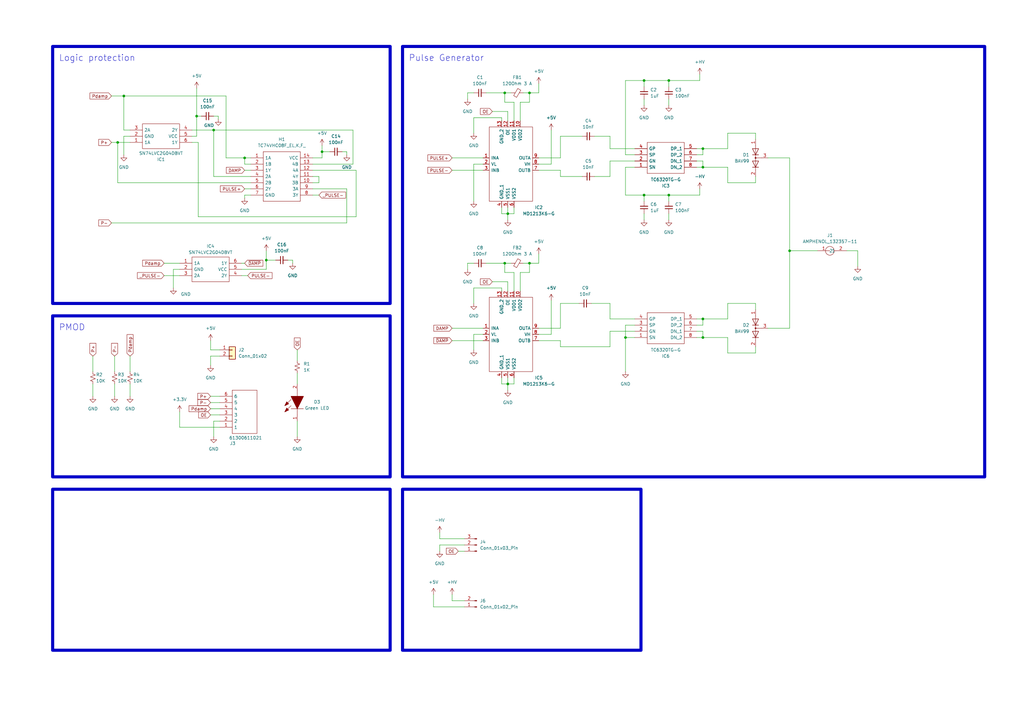
<source format=kicad_sch>
(kicad_sch (version 20231120) (generator "eeschema") (generator_version "8.0")
  (paper "A3")
  (title_block (title "PMOD PULSER") (date "2024-02-03") (rev "R01") (company "ICTAMKY.COM") (comment 1 "Design by Leevawns"))
  (lib_symbols
    (symbol "+HV_1" (power) (pin_names (offset 0))
      (property "Value" "+HV_1" (at 0 3.556 0))
      (symbol "+HV_1_0_1"
        (polyline (pts (xy -0.762 1.27) (xy 0 2.54)))
        (polyline (pts (xy 0 0) (xy 0 2.54)))
        (polyline (pts (xy 0 2.54) (xy 0.762 1.27)))
      )
      (symbol "+HV_1_1_1"
        (pin power_in line (at 0 0 90) (length 0) hide (name "+HV") (number "1"))
      )
    )
    (symbol "-HV_1" (power) (pin_names (offset 0))
      (property "Value" "-HV_1" (at 0 3.556 0))
      (symbol "-HV_1_0_1"
        (polyline (pts (xy -0.762 1.27) (xy 0 2.54)))
        (polyline (pts (xy 0 0) (xy 0 2.54)))
        (polyline (pts (xy 0 2.54) (xy 0.762 1.27)))
      )
      (symbol "-HV_1_1_1"
        (pin power_in line (at 0 0 90) (length 0) hide (name "-HV") (number "1"))
      )
    )
    (symbol "Connector:Conn_01x02_Pin" (pin_names (offset 1.016) hide)
      (property "Reference" "J" (at 0 2.54 0))
      (property "Value" "Conn_01x02_Pin" (at 0 -5.08 0))
      (symbol "Conn_01x02_Pin_1_1"
        (polyline (pts (xy 1.27 -2.54) (xy 0.8636 -2.54)) (stroke (width 0.1524)))
        (polyline (pts (xy 1.27 0) (xy 0.8636 0)) (stroke (width 0.1524)))
        (rectangle (start 0.8636 -2.413) (end 0 -2.667) (stroke (width 0.1524)) (fill (type outline)))
        (rectangle (start 0.8636 0.127) (end 0 -0.127) (stroke (width 0.1524)) (fill (type outline)))
        (pin passive line (at 5.08 0 180) (length 3.81) (name "Pin_1") (number "1"))
        (pin passive line (at 5.08 -2.54 180) (length 3.81) (name "Pin_2") (number "2"))
      )
    )
    (symbol "Connector:Conn_01x03_Pin" (pin_names (offset 1.016) hide)
      (property "Reference" "J" (at 0 5.08 0))
      (property "Value" "Conn_01x03_Pin" (at 0 -5.08 0))
      (symbol "Conn_01x03_Pin_1_1"
        (polyline (pts (xy 1.27 -2.54) (xy 0.8636 -2.54)) (stroke (width 0.1524)))
        (polyline (pts (xy 1.27 0) (xy 0.8636 0)) (stroke (width 0.1524)))
        (polyline (pts (xy 1.27 2.54) (xy 0.8636 2.54)) (stroke (width 0.1524)))
        (rectangle (start 0.8636 -2.413) (end 0 -2.667) (stroke (width 0.1524)) (fill (type outline)))
        (rectangle (start 0.8636 0.127) (end 0 -0.127) (stroke (width 0.1524)) (fill (type outline)))
        (rectangle (start 0.8636 2.667) (end 0 2.413) (stroke (width 0.1524)) (fill (type outline)))
        (pin passive line (at 5.08 2.54 180) (length 3.81) (name "Pin_1") (number "1"))
        (pin passive line (at 5.08 0 180) (length 3.81) (name "Pin_2") (number "2"))
        (pin passive line (at 5.08 -2.54 180) (length 3.81) (name "Pin_3") (number "3"))
      )
    )
    (symbol "Connector_Generic:Conn_01x02" (pin_names (offset 1.016) hide)
      (property "Reference" "J" (at 0 2.54 0))
      (property "Value" "Conn_01x02" (at 0 -5.08 0))
      (symbol "Conn_01x02_1_1"
        (rectangle (start -1.27 -2.413) (end 0 -2.667) (stroke (width 0.1524)))
        (rectangle (start -1.27 0.127) (end 0 -0.127) (stroke (width 0.1524)))
        (rectangle (start -1.27 1.27) (end 1.27 -3.81) (stroke (width 0.254)) (fill (type background)))
        (pin passive line (at -5.08 0 0) (length 3.81) (name "Pin_1") (number "1"))
        (pin passive line (at -5.08 -2.54 0) (length 3.81) (name "Pin_2") (number "2"))
      )
    )
    (symbol "Device:C_Small" (pin_numbers hide) (pin_names (offset 0.254) hide)
      (property "Reference" "C" (at 0.254 1.778 0))
      (property "Value" "C_Small" (at 0.254 -2.032 0))
      (symbol "C_Small_0_1"
        (polyline (pts (xy -1.524 -0.508) (xy 1.524 -0.508)) (stroke (width 0.3302)))
        (polyline (pts (xy -1.524 0.508) (xy 1.524 0.508)) (stroke (width 0.3048)))
      )
      (symbol "C_Small_1_1"
        (pin passive line (at 0 2.54 270) (length 2.032) (name "~") (number "1"))
        (pin passive line (at 0 -2.54 90) (length 2.032) (name "~") (number "2"))
      )
    )
    (symbol "Device:FerriteBead_Small" (pin_numbers hide) (pin_names (offset 0))
      (property "Reference" "FB" (at 1.905 1.27 0))
      (property "Value" "FerriteBead_Small" (at 1.905 -1.27 0))
      (symbol "FerriteBead_Small_0_1"
        (polyline (pts (xy 0 -1.27) (xy 0 -0.7874)))
        (polyline (pts (xy 0 0.889) (xy 0 1.2954)))
        (polyline (pts (xy -1.8288 0.2794) (xy -1.1176 1.4986) (xy 1.8288 -0.2032) (xy 1.1176 -1.4224) (xy -1.8288 0.2794)))
      )
      (symbol "FerriteBead_Small_1_1"
        (pin passive line (at 0 2.54 270) (length 1.27) (name "~") (number "1"))
        (pin passive line (at 0 -2.54 90) (length 1.27) (name "~") (number "2"))
      )
    )
    (symbol "Device:R_Small_US" (pin_numbers hide) (pin_names (offset 0.254) hide)
      (property "Reference" "R" (at 0.762 0.508 0))
      (property "Value" "R_Small_US" (at 0.762 -1.016 0))
      (symbol "R_Small_US_1_1"
        (polyline (pts (xy 0 0) (xy 1.016 -0.381) (xy 0 -0.762) (xy -1.016 -1.143) (xy 0 -1.524)))
        (polyline (pts (xy 0 1.524) (xy 1.016 1.143) (xy 0 0.762) (xy -1.016 0.381) (xy 0 0)))
        (pin passive line (at 0 2.54 270) (length 1.016) (name "~") (number "1"))
        (pin passive line (at 0 -2.54 90) (length 1.016) (name "~") (number "2"))
      )
    )
    (symbol "Diode:BAV99" (pin_names hide)
      (property "Reference" "D" (at 0 5.08 0))
      (property "Value" "BAV99" (at 0 2.54 0))
      (symbol "BAV99_0_1"
        (polyline (pts (xy -5.08 0) (xy 5.08 0)))
      )
      (symbol "BAV99_1_1"
        (polyline (pts (xy 0 0) (xy 0 -2.54)))
        (polyline (pts (xy -1.27 -1.27) (xy -1.27 1.27) (xy -1.27 1.27)) (stroke (width 0.2032)))
        (polyline (pts (xy 3.81 1.27) (xy 3.81 -1.27) (xy 3.81 -1.27)) (stroke (width 0.2032)))
        (polyline (pts (xy -3.81 1.27) (xy -1.27 0) (xy -3.81 -1.27) (xy -3.81 1.27) (xy -3.81 1.27) (xy -3.81 1.27)) (stroke (width 0.2032)))
        (polyline (pts (xy 1.27 1.27) (xy 3.81 0) (xy 1.27 -1.27) (xy 1.27 1.27) (xy 1.27 1.27) (xy 1.27 1.27)) (stroke (width 0.2032)))
        (circle (center 0 0) (radius 0.254) (fill (type outline)))
        (pin passive line (at -7.62 0 0) (length 2.54) (name "K") (number "1"))
        (pin passive line (at 7.62 0 180) (length 2.54) (name "A") (number "2"))
        (pin passive line (at 0 -5.08 90) (length 2.54) (name "K") (number "3"))
      )
    )
    (symbol "ICTAMKY:61300611021" (pin_names (offset 0.762))
      (property "Reference" "J" (at 16.51 7.62 0))
      (property "Value" "61300611021" (at 16.51 5.08 0))
      (symbol "61300611021_0_0"
        (pin passive line (at 0 0 0) (length 5.08) (name "1") (number "1"))
        (pin passive line (at 0 -2.54 0) (length 5.08) (name "2") (number "2"))
        (pin passive line (at 0 -5.08 0) (length 5.08) (name "3") (number "3"))
        (pin passive line (at 0 -7.62 0) (length 5.08) (name "4") (number "4"))
        (pin passive line (at 0 -10.16 0) (length 5.08) (name "5") (number "5"))
        (pin passive line (at 0 -12.7 0) (length 5.08) (name "6") (number "6"))
      )
      (symbol "61300611021_0_1"
        (polyline (pts (xy 5.08 2.54) (xy 15.24 2.54) (xy 15.24 -15.24) (xy 5.08 -15.24) (xy 5.08 2.54)) (stroke (width 0.1524)))
      )
    )
    (symbol "ICTAMKY:TC74VHC08F_EL,K,F_" (pin_names (offset 0.762))
      (property "Reference" "H" (at 21.59 7.62 0))
      (property "Value" "TC74VHC08F_EL,K,F_" (at 21.59 5.08 0))
      (symbol "TC74VHC08F_EL,K,F__0_0"
        (pin passive line (at 0 0 0) (length 5.08) (name "1A") (number "1"))
        (pin passive line (at 25.4 -10.16 180) (length 5.08) (name "3B") (number "10"))
        (pin passive line (at 25.4 -7.62 180) (length 5.08) (name "4Y") (number "11"))
        (pin passive line (at 25.4 -5.08 180) (length 5.08) (name "4A") (number "12"))
        (pin passive line (at 25.4 -2.54 180) (length 5.08) (name "4B") (number "13"))
        (pin power_in line (at 25.4 0 180) (length 5.08) (name "VCC") (number "14"))
        (pin passive line (at 0 -2.54 0) (length 5.08) (name "1B") (number "2"))
        (pin passive line (at 0 -5.08 0) (length 5.08) (name "1Y") (number "3"))
        (pin passive line (at 0 -7.62 0) (length 5.08) (name "2A") (number "4"))
        (pin passive line (at 0 -10.16 0) (length 5.08) (name "2B") (number "5"))
        (pin passive line (at 0 -12.7 0) (length 5.08) (name "2Y") (number "6"))
        (pin power_in line (at 0 -15.24 0) (length 5.08) (name "GND") (number "7"))
        (pin passive line (at 25.4 -15.24 180) (length 5.08) (name "3Y") (number "8"))
        (pin passive line (at 25.4 -12.7 180) (length 5.08) (name "3A") (number "9"))
      )
      (symbol "TC74VHC08F_EL,K,F__0_1"
        (polyline (pts (xy 5.08 2.54) (xy 20.32 2.54) (xy 20.32 -17.78) (xy 5.08 -17.78) (xy 5.08 2.54)) (stroke (width 0.1524)))
      )
    )
    (symbol "PMOD_PULSER:+HV" (power) (pin_names (offset 0))
      (property "Value" "+HV" (at 0 3.556 0))
      (symbol "+HV_0_1"
        (polyline (pts (xy -0.762 1.27) (xy 0 2.54)))
        (polyline (pts (xy 0 0) (xy 0 2.54)))
        (polyline (pts (xy 0 2.54) (xy 0.762 1.27)))
      )
      (symbol "+HV_1_1"
        (pin power_in line (at 0 0 90) (length 0) hide (name "+HV") (number "1"))
      )
    )
    (symbol "PMOD_PULSER:-HV" (power) (pin_names (offset 0))
      (property "Value" "-HV" (at 0 3.556 0))
      (symbol "-HV_0_1"
        (polyline (pts (xy -0.762 1.27) (xy 0 2.54)))
        (polyline (pts (xy 0 0) (xy 0 2.54)))
        (polyline (pts (xy 0 2.54) (xy 0.762 1.27)))
      )
      (symbol "-HV_1_1"
        (pin power_in line (at 0 0 90) (length 0) hide (name "-HV") (number "1"))
      )
    )
    (symbol "PMOD_PULSER:AMPHENOL_132357-11" (pin_names (offset 0.762))
      (property "Reference" "J" (at 16.51 7.62 0))
      (property "Value" "AMPHENOL_132357-11" (at 16.51 5.08 0))
      (symbol "AMPHENOL_132357-11_0_0"
        (pin passive line (at 0 0 0) (length 5.08) (name "1") (number "1"))
        (pin passive line (at 12.065 0 180) (length 5.08) (name "2") (number "2"))
      )
      (symbol "AMPHENOL_132357-11_0_1"
        (circle (center 5.08 0) (radius 1.7961))
      )
    )
    (symbol "PMOD_PULSER:MD1213K6-G" (pin_names (offset 0.762))
      (property "Reference" "IC" (at 43.18 3.175 0))
      (property "Value" "MD1213K6-G" (at 43.18 1.27 0))
      (symbol "MD1213K6-G_0_0"
        (pin passive line (at 0 2.54 0) (length 2.54) (name "INA") (number "1"))
        (pin passive line (at 15.24 17.78 270) (length 2.54) (name "VDD2") (number "10"))
        (pin passive line (at 12.7 17.78 270) (length 2.54) (name "VDD1") (number "11"))
        (pin passive line (at 10.16 17.78 270) (length 2.54) (name "OE") (number "12"))
        (pin passive line (at 0 0 0) (length 2.54) (name "VL") (number "2"))
        (pin passive line (at 0 -2.54 0) (length 2.54) (name "INB") (number "3"))
        (pin passive line (at 7.62 -17.78 90) (length 2.54) (name "GND_1") (number "4"))
        (pin passive line (at 10.16 -17.78 90) (length 2.54) (name "VSS1") (number "5"))
        (pin passive line (at 12.7 -17.78 90) (length 2.54) (name "VSS2") (number "6"))
        (pin passive line (at 22.86 -2.54 180) (length 2.54) (name "OUTB") (number "7"))
        (pin passive line (at 22.86 0 180) (length 2.54) (name "VH") (number "8"))
        (pin passive line (at 22.86 2.54 180) (length 2.54) (name "OUTA") (number "9"))
      )
      (symbol "MD1213K6-G_0_1"
        (polyline (pts (xy 2.54 15.24) (xy 20.32 15.24) (xy 20.32 -15.24) (xy 2.54 -15.24) (xy 2.54 15.24)) (stroke (width 0.1524)))
      )
      (symbol "MD1213K6-G_1_0"
        (pin passive line (at 7.62 17.78 270) (length 2.54) (name "GND_2") (number "13"))
      )
    )
    (symbol "PMOD_PULSER:SN74LVC2G04DBVT" (pin_names (offset 0.762))
      (property "Reference" "IC" (at 21.59 7.62 0))
      (property "Value" "SN74LVC2G04DBVT" (at 21.59 5.08 0))
      (symbol "SN74LVC2G04DBVT_0_0"
        (pin passive line (at 0 0 0) (length 5.08) (name "1A") (number "1"))
        (pin passive line (at 0 -2.54 0) (length 5.08) (name "GND") (number "2"))
        (pin passive line (at 0 -5.08 0) (length 5.08) (name "2A") (number "3"))
        (pin passive line (at 25.4 -5.08 180) (length 5.08) (name "2Y") (number "4"))
        (pin passive line (at 25.4 -2.54 180) (length 5.08) (name "VCC") (number "5"))
        (pin passive line (at 25.4 0 180) (length 5.08) (name "1Y") (number "6"))
      )
      (symbol "SN74LVC2G04DBVT_0_1"
        (polyline (pts (xy 5.08 2.54) (xy 20.32 2.54) (xy 20.32 -7.62) (xy 5.08 -7.62) (xy 5.08 2.54)) (stroke (width 0.1524)))
      )
    )
    (symbol "PMOD_PULSER:TC6320TG-G" (pin_names (offset 0.762))
      (property "Reference" "IC" (at 21.59 7.62 0))
      (property "Value" "TC6320TG-G" (at 21.59 5.08 0))
      (symbol "TC6320TG-G_0_0"
        (pin passive line (at 0 0 0) (length 5.08) (name "SN") (number "1"))
        (pin passive line (at 0 -2.54 0) (length 5.08) (name "GN") (number "2"))
        (pin passive line (at 0 -5.08 0) (length 5.08) (name "SP") (number "3"))
        (pin passive line (at 0 -7.62 0) (length 5.08) (name "GP") (number "4"))
        (pin passive line (at 25.4 -7.62 180) (length 5.08) (name "DP_1") (number "5"))
        (pin passive line (at 25.4 -5.08 180) (length 5.08) (name "DP_2") (number "6"))
        (pin passive line (at 25.4 -2.54 180) (length 5.08) (name "DN_1") (number "7"))
        (pin passive line (at 25.4 0 180) (length 5.08) (name "DN_2") (number "8"))
      )
      (symbol "TC6320TG-G_0_1"
        (polyline (pts (xy 5.08 2.54) (xy 20.32 2.54) (xy 20.32 -10.16) (xy 5.08 -10.16) (xy 5.08 2.54)) (stroke (width 0.1524)))
      )
    )
    (symbol "SamacSys_Parts:150080GS75000" (pin_names (offset 0.762))
      (property "Reference" "LED" (at 12.7 8.89 0))
      (property "Value" "150080GS75000" (at 12.7 6.35 0))
      (symbol "150080GS75000_0_0"
        (pin passive line (at 0 0 0) (length 2.54) (name "~") (number "1"))
        (pin passive line (at 15.24 0 180) (length 2.54) (name "~") (number "2"))
      )
      (symbol "150080GS75000_0_1"
        (polyline (pts (xy 2.54 0) (xy 5.08 0)) (stroke (width 0.1524)))
        (polyline (pts (xy 5.08 2.54) (xy 5.08 -2.54)) (stroke (width 0.1524)))
        (polyline (pts (xy 6.35 2.54) (xy 3.81 5.08)) (stroke (width 0.1524)))
        (polyline (pts (xy 8.89 2.54) (xy 6.35 5.08)) (stroke (width 0.1524)))
        (polyline (pts (xy 10.16 0) (xy 12.7 0)) (stroke (width 0.1524)))
        (polyline (pts (xy 5.08 0) (xy 10.16 2.54) (xy 10.16 -2.54) (xy 5.08 0)) (stroke (width 0.254)) (fill (type outline)))
        (polyline (pts (xy 5.334 4.318) (xy 4.572 3.556) (xy 3.81 5.08) (xy 5.334 4.318)) (stroke (width 0.254)) (fill (type outline)))
        (polyline (pts (xy 7.874 4.318) (xy 7.112 3.556) (xy 6.35 5.08) (xy 7.874 4.318)) (stroke (width 0.254)) (fill (type outline)))
      )
    )
    (symbol "power:+3.3V" (power) (pin_names (offset 0))
      (property "Value" "+3.3V" (at 0 3.556 0))
      (symbol "+3.3V_0_1"
        (polyline (pts (xy -0.762 1.27) (xy 0 2.54)))
        (polyline (pts (xy 0 0) (xy 0 2.54)))
        (polyline (pts (xy 0 2.54) (xy 0.762 1.27)))
      )
      (symbol "+3.3V_1_1"
        (pin power_in line (at 0 0 90) (length 0) hide (name "+3.3V") (number "1"))
      )
    )
    (symbol "power:+5V" (power) (pin_names (offset 0))
      (property "Value" "+5V" (at 0 3.556 0))
      (symbol "+5V_0_1"
        (polyline (pts (xy -0.762 1.27) (xy 0 2.54)))
        (polyline (pts (xy 0 0) (xy 0 2.54)))
        (polyline (pts (xy 0 2.54) (xy 0.762 1.27)))
      )
      (symbol "+5V_1_1"
        (pin power_in line (at 0 0 90) (length 0) hide (name "+5V") (number "1"))
      )
    )
    (symbol "power:GND" (power) (pin_names (offset 0))
      (property "Value" "GND" (at 0 -3.81 0))
      (symbol "GND_0_1"
        (polyline (pts (xy 0 0) (xy 0 -1.27) (xy 1.27 -1.27) (xy 0 -2.54) (xy -1.27 -1.27) (xy 0 -1.27)))
      )
      (symbol "GND_1_1"
        (pin power_in line (at 0 0 270) (length 0) hide (name "GND") (number "1"))
      )
    )
  )
  (junction (at 288.29 138.43))
  (junction (at 288.29 60.96))
  (junction (at 208.28 157.48))
  (junction (at 217.17 107.95))
  (junction (at 256.54 138.43))
  (junction (at 50.8 39.37))
  (junction (at 264.16 80.01))
  (junction (at 207.01 38.1))
  (junction (at 288.29 130.81))
  (junction (at 264.16 33.02))
  (junction (at 208.28 87.63))
  (junction (at 217.17 38.1))
  (junction (at 132.08 62.23))
  (junction (at 207.01 107.95))
  (junction (at 274.32 80.01))
  (junction (at 100.33 64.77))
  (junction (at 48.26 58.42))
  (junction (at 323.85 102.87))
  (junction (at 80.645 47.625))
  (junction (at 288.29 68.58))
  (junction (at 87.63 53.34))
  (junction (at 274.32 33.02))
  (junction (at 109.22 106.68))
  (wire (pts (xy 285.75 138.43) (xy 288.29 138.43)))
  (wire (pts (xy 185.42 243.84) (xy 185.42 246.38)))
  (wire (pts (xy 264.16 40.64) (xy 264.16 43.18)))
  (wire (pts (xy 71.12 110.49) (xy 73.66 110.49)))
  (wire (pts (xy 285.75 60.96) (xy 288.29 60.96)))
  (wire (pts (xy 314.96 64.77) (xy 323.85 64.77)))
  (wire (pts (xy 298.45 130.81) (xy 288.29 130.81)))
  (wire (pts (xy 45.72 91.44) (xy 142.24 91.44)))
  (wire (pts (xy 90.17 170.18) (xy 86.36 170.18)))
  (wire (pts (xy 220.98 69.85) (xy 229.87 69.85)))
  (wire (pts (xy 210.82 87.63) (xy 210.82 85.09)))
  (wire (pts (xy 142.24 77.47) (xy 142.24 91.44)))
  (wire (pts (xy 264.16 87.63) (xy 264.16 90.17)))
  (wire (pts (xy 208.28 87.63) (xy 208.28 90.17)))
  (wire (pts (xy 243.84 55.88) (xy 250.19 55.88)))
  (wire (pts (xy 194.31 137.16) (xy 194.31 143.51)))
  (wire (pts (xy 185.42 64.77) (xy 198.12 64.77)))
  (wire (pts (xy 180.34 220.98) (xy 180.34 218.44)))
  (wire (pts (xy 274.32 87.63) (xy 274.32 90.17)))
  (wire (pts (xy 264.16 82.55) (xy 264.16 80.01)))
  (wire (pts (xy 220.98 38.1) (xy 220.98 34.29)))
  (wire (pts (xy 208.28 154.94) (xy 208.28 157.48)))
  (wire (pts (xy 205.74 87.63) (xy 208.28 87.63)))
  (wire (pts (xy 298.45 74.93) (xy 298.45 68.58)))
  (wire (pts (xy 191.77 38.1) (xy 191.77 40.64)))
  (wire (pts (xy 210.82 111.76) (xy 207.01 111.76)))
  (wire (pts (xy 220.98 139.7) (xy 229.87 139.7)))
  (wire (pts (xy 229.87 139.7) (xy 229.87 142.24)))
  (wire (pts (xy 210.82 157.48) (xy 210.82 154.94)))
  (wire (pts (xy 217.17 111.76) (xy 217.17 107.95)))
  (wire (pts (xy 208.28 87.63) (xy 210.82 87.63)))
  (wire (pts (xy 80.645 47.625) (xy 82.55 47.625)))
  (wire (pts (xy 288.29 135.89) (xy 288.29 138.43)))
  (wire (pts (xy 288.29 60.96) (xy 288.29 63.5)))
  (wire (pts (xy 102.87 64.77) (xy 100.33 64.77)))
  (wire (pts (xy 128.27 77.47) (xy 142.24 77.47)))
  (wire (pts (xy 285.75 68.58) (xy 288.29 68.58)))
  (wire (pts (xy 309.88 72.39) (xy 309.88 74.93)))
  (wire (pts (xy 205.74 157.48) (xy 208.28 157.48)))
  (wire (pts (xy 180.34 223.52) (xy 180.34 226.06)))
  (wire (pts (xy 86.36 146.05) (xy 86.36 149.86)))
  (wire (pts (xy 100.33 77.47) (xy 102.87 77.47)))
  (wire (pts (xy 287.02 77.47) (xy 287.02 80.01)))
  (wire (pts (xy 109.22 110.49) (xy 109.22 106.68)))
  (wire (pts (xy 285.75 66.04) (xy 288.29 66.04)))
  (wire (pts (xy 90.17 172.72) (xy 87.63 172.72)))
  (wire (pts (xy 87.63 172.72) (xy 87.63 179.07)))
  (wire (pts (xy 220.98 64.77) (xy 229.87 64.77)))
  (wire (pts (xy 45.72 39.37) (xy 50.8 39.37)))
  (wire (pts (xy 288.29 66.04) (xy 288.29 68.58)))
  (wire (pts (xy 309.88 74.93) (xy 298.45 74.93)))
  (wire (pts (xy 323.85 134.62) (xy 323.85 102.87)))
  (wire (pts (xy 207.01 111.76) (xy 207.01 107.95)))
  (wire (pts (xy 199.39 38.1) (xy 207.01 38.1)))
  (wire (pts (xy 120.015 106.68) (xy 118.11 106.68)))
  (wire (pts (xy 121.92 153.035) (xy 121.92 157.48)))
  (wire (pts (xy 128.27 67.31) (xy 144.78 67.31)))
  (wire (pts (xy 347.345 102.87) (xy 351.79 102.87)))
  (wire (pts (xy 208.28 119.38) (xy 208.28 115.57)))
  (wire (pts (xy 214.63 107.95) (xy 217.17 107.95)))
  (wire (pts (xy 207.01 38.1) (xy 209.55 38.1)))
  (wire (pts (xy 260.35 133.35) (xy 256.54 133.35)))
  (wire (pts (xy 89.535 48.895) (xy 89.535 47.625)))
  (wire (pts (xy 256.54 63.5) (xy 256.54 33.02)))
  (wire (pts (xy 210.82 49.53) (xy 210.82 41.91)))
  (wire (pts (xy 90.17 146.05) (xy 86.36 146.05)))
  (wire (pts (xy 220.98 38.1) (xy 217.17 38.1)))
  (wire (pts (xy 120.015 107.95) (xy 120.015 106.68)))
  (wire (pts (xy 128.27 69.85) (xy 146.05 69.85)))
  (wire (pts (xy 351.79 109.22) (xy 351.79 102.87)))
  (wire (pts (xy 185.42 69.85) (xy 198.12 69.85)))
  (wire (pts (xy 274.32 80.01) (xy 264.16 80.01)))
  (wire (pts (xy 205.74 48.26) (xy 194.31 48.26)))
  (wire (pts (xy 214.63 38.1) (xy 217.17 38.1)))
  (wire (pts (xy 314.96 134.62) (xy 323.85 134.62)))
  (wire (pts (xy 274.32 40.64) (xy 274.32 43.18)))
  (wire (pts (xy 128.27 72.39) (xy 130.81 72.39)))
  (wire (pts (xy 256.54 68.58) (xy 256.54 80.01)))
  (wire (pts (xy 220.98 107.95) (xy 220.98 104.14)))
  (wire (pts (xy 132.08 62.23) (xy 132.08 59.69)))
  (wire (pts (xy 256.54 138.43) (xy 256.54 152.4)))
  (wire (pts (xy 71.12 110.49) (xy 71.12 118.11)))
  (wire (pts (xy 217.17 41.91) (xy 217.17 38.1)))
  (wire (pts (xy 287.02 30.48) (xy 287.02 33.02)))
  (wire (pts (xy 53.34 53.34) (xy 50.8 53.34)))
  (wire (pts (xy 185.42 139.7) (xy 198.12 139.7)))
  (wire (pts (xy 50.8 39.37) (xy 50.8 53.34)))
  (wire (pts (xy 38.1 157.48) (xy 38.1 162.56)))
  (wire (pts (xy 102.87 80.01) (xy 100.33 80.01)))
  (wire (pts (xy 274.32 33.02) (xy 264.16 33.02)))
  (wire (pts (xy 298.45 54.61) (xy 298.45 60.96)))
  (wire (pts (xy 142.24 62.23) (xy 140.335 62.23)))
  (wire (pts (xy 109.22 106.68) (xy 109.22 102.87)))
  (wire (pts (xy 260.35 68.58) (xy 256.54 68.58)))
  (wire (pts (xy 205.74 49.53) (xy 205.74 48.26)))
  (wire (pts (xy 250.19 60.96) (xy 250.19 55.88)))
  (wire (pts (xy 191.77 107.95) (xy 191.77 110.49)))
  (wire (pts (xy 264.16 80.01) (xy 256.54 80.01)))
  (wire (pts (xy 210.82 41.91) (xy 207.01 41.91)))
  (wire (pts (xy 205.74 154.94) (xy 205.74 157.48)))
  (wire (pts (xy 243.84 72.39) (xy 250.19 72.39)))
  (wire (pts (xy 205.74 119.38) (xy 205.74 118.11)))
  (wire (pts (xy 86.36 143.51) (xy 86.36 139.7)))
  (wire (pts (xy 100.33 69.85) (xy 102.87 69.85)))
  (wire (pts (xy 198.12 137.16) (xy 194.31 137.16)))
  (wire (pts (xy 288.29 133.35) (xy 285.75 133.35)))
  (wire (pts (xy 250.19 130.81) (xy 250.19 124.46)))
  (wire (pts (xy 46.99 157.48) (xy 46.99 162.56)))
  (wire (pts (xy 73.66 175.26) (xy 73.66 168.91)))
  (wire (pts (xy 90.17 165.1) (xy 86.36 165.1)))
  (wire (pts (xy 73.66 113.03) (xy 67.31 113.03)))
  (wire (pts (xy 99.06 110.49) (xy 109.22 110.49)))
  (wire (pts (xy 89.535 47.625) (xy 87.63 47.625)))
  (wire (pts (xy 199.39 107.95) (xy 207.01 107.95)))
  (wire (pts (xy 185.42 246.38) (xy 190.5 246.38)))
  (wire (pts (xy 132.08 62.23) (xy 135.255 62.23)))
  (wire (pts (xy 260.35 66.04) (xy 250.19 66.04)))
  (wire (pts (xy 229.87 124.46) (xy 237.49 124.46)))
  (wire (pts (xy 100.33 67.31) (xy 102.87 67.31)))
  (wire (pts (xy 260.35 130.81) (xy 250.19 130.81)))
  (wire (pts (xy 78.74 55.88) (xy 80.645 55.88)))
  (wire (pts (xy 208.28 157.48) (xy 208.28 160.02)))
  (wire (pts (xy 87.63 53.34) (xy 87.63 72.39)))
  (wire (pts (xy 285.75 135.89) (xy 288.29 135.89)))
  (wire (pts (xy 121.92 143.51) (xy 121.92 147.955)))
  (wire (pts (xy 48.26 58.42) (xy 53.34 58.42)))
  (wire (pts (xy 213.36 41.91) (xy 217.17 41.91)))
  (wire (pts (xy 260.35 63.5) (xy 256.54 63.5)))
  (wire (pts (xy 92.71 64.77) (xy 100.33 64.77)))
  (wire (pts (xy 194.31 118.11) (xy 194.31 124.46)))
  (wire (pts (xy 48.26 74.93) (xy 102.87 74.93)))
  (wire (pts (xy 309.88 127) (xy 309.88 124.46)))
  (wire (pts (xy 205.74 118.11) (xy 194.31 118.11)))
  (wire (pts (xy 130.81 72.39) (xy 130.81 74.93)))
  (wire (pts (xy 132.08 64.77) (xy 132.08 62.23)))
  (wire (pts (xy 121.92 172.72) (xy 121.92 179.07)))
  (wire (pts (xy 78.74 58.42) (xy 81.28 58.42)))
  (wire (pts (xy 194.31 107.95) (xy 191.77 107.95)))
  (wire (pts (xy 287.02 80.01) (xy 274.32 80.01)))
  (wire (pts (xy 208.28 49.53) (xy 208.28 45.72)))
  (wire (pts (xy 323.85 64.77) (xy 323.85 102.87)))
  (wire (pts (xy 250.19 66.04) (xy 250.19 72.39)))
  (wire (pts (xy 87.63 53.34) (xy 144.78 53.34)))
  (wire (pts (xy 78.74 53.34) (xy 87.63 53.34)))
  (wire (pts (xy 90.17 143.51) (xy 86.36 143.51)))
  (wire (pts (xy 220.98 67.31) (xy 226.06 67.31)))
  (wire (pts (xy 274.32 33.02) (xy 287.02 33.02)))
  (wire (pts (xy 87.63 72.39) (xy 102.87 72.39)))
  (wire (pts (xy 81.28 58.42) (xy 81.28 88.9)))
  (wire (pts (xy 208.28 85.09) (xy 208.28 87.63)))
  (wire (pts (xy 264.16 33.02) (xy 256.54 33.02)))
  (wire (pts (xy 53.34 146.05) (xy 53.34 152.4)))
  (wire (pts (xy 50.8 55.88) (xy 50.8 63.5)))
  (wire (pts (xy 298.45 68.58) (xy 288.29 68.58)))
  (wire (pts (xy 213.36 111.76) (xy 213.36 119.38)))
  (wire (pts (xy 50.8 39.37) (xy 92.71 39.37)))
  (wire (pts (xy 194.31 67.31) (xy 194.31 82.55)))
  (wire (pts (xy 99.06 113.03) (xy 101.6 113.03)))
  (wire (pts (xy 309.88 142.24) (xy 309.88 144.78)))
  (wire (pts (xy 207.01 107.95) (xy 209.55 107.95)))
  (wire (pts (xy 298.45 138.43) (xy 288.29 138.43)))
  (wire (pts (xy 205.74 85.09) (xy 205.74 87.63)))
  (wire (pts (xy 190.5 220.98) (xy 180.34 220.98)))
  (wire (pts (xy 67.31 107.95) (xy 73.66 107.95)))
  (wire (pts (xy 100.33 80.01) (xy 100.33 81.28)))
  (wire (pts (xy 220.98 137.16) (xy 226.06 137.16)))
  (wire (pts (xy 229.87 72.39) (xy 238.76 72.39)))
  (wire (pts (xy 142.24 63.5) (xy 142.24 62.23)))
  (wire (pts (xy 309.88 54.61) (xy 298.45 54.61)))
  (wire (pts (xy 90.17 175.26) (xy 73.66 175.26)))
  (wire (pts (xy 213.36 111.76) (xy 217.17 111.76)))
  (wire (pts (xy 298.45 144.78) (xy 298.45 138.43)))
  (wire (pts (xy 100.33 64.77) (xy 100.33 67.31)))
  (wire (pts (xy 194.31 48.26) (xy 194.31 54.61)))
  (wire (pts (xy 180.34 223.52) (xy 190.5 223.52)))
  (wire (pts (xy 187.96 226.06) (xy 190.5 226.06)))
  (wire (pts (xy 92.71 39.37) (xy 92.71 64.77)))
  (wire (pts (xy 80.645 36.195) (xy 80.645 47.625)))
  (wire (pts (xy 48.26 58.42) (xy 48.26 74.93)))
  (wire (pts (xy 128.27 74.93) (xy 130.81 74.93)))
  (wire (pts (xy 177.8 248.92) (xy 177.8 243.84)))
  (wire (pts (xy 90.17 162.56) (xy 86.36 162.56)))
  (wire (pts (xy 264.16 35.56) (xy 264.16 33.02)))
  (wire (pts (xy 45.72 58.42) (xy 48.26 58.42)))
  (wire (pts (xy 229.87 64.77) (xy 229.87 55.88)))
  (wire (pts (xy 256.54 133.35) (xy 256.54 138.43)))
  (wire (pts (xy 210.82 119.38) (xy 210.82 111.76)))
  (wire (pts (xy 256.54 138.43) (xy 260.35 138.43)))
  (wire (pts (xy 309.88 144.78) (xy 298.45 144.78)))
  (wire (pts (xy 177.8 248.92) (xy 190.5 248.92)))
  (wire (pts (xy 229.87 142.24) (xy 250.19 142.24)))
  (wire (pts (xy 274.32 82.55) (xy 274.32 80.01)))
  (wire (pts (xy 226.06 123.19) (xy 226.06 137.16)))
  (wire (pts (xy 208.28 45.72) (xy 201.93 45.72)))
  (wire (pts (xy 288.29 63.5) (xy 285.75 63.5)))
  (wire (pts (xy 309.88 124.46) (xy 298.45 124.46)))
  (wire (pts (xy 229.87 69.85) (xy 229.87 72.39)))
  (wire (pts (xy 229.87 134.62) (xy 229.87 124.46)))
  (wire (pts (xy 53.34 55.88) (xy 50.8 55.88)))
  (wire (pts (xy 53.34 157.48) (xy 53.34 162.56)))
  (wire (pts (xy 128.27 80.01) (xy 130.81 80.01)))
  (wire (pts (xy 288.29 130.81) (xy 288.29 133.35)))
  (wire (pts (xy 285.75 130.81) (xy 288.29 130.81)))
  (wire (pts (xy 250.19 135.89) (xy 260.35 135.89)))
  (wire (pts (xy 298.45 124.46) (xy 298.45 130.81)))
  (wire (pts (xy 46.99 146.05) (xy 46.99 152.4)))
  (wire (pts (xy 146.05 69.85) (xy 146.05 88.9)))
  (wire (pts (xy 323.85 102.87) (xy 335.28 102.87)))
  (wire (pts (xy 229.87 55.88) (xy 238.76 55.88)))
  (wire (pts (xy 38.1 146.05) (xy 38.1 152.4)))
  (wire (pts (xy 207.01 41.91) (xy 207.01 38.1)))
  (wire (pts (xy 298.45 60.96) (xy 288.29 60.96)))
  (wire (pts (xy 81.28 88.9) (xy 146.05 88.9)))
  (wire (pts (xy 208.28 157.48) (xy 210.82 157.48)))
  (wire (pts (xy 220.98 134.62) (xy 229.87 134.62)))
  (wire (pts (xy 109.22 106.68) (xy 113.03 106.68)))
  (wire (pts (xy 128.27 64.77) (xy 132.08 64.77)))
  (wire (pts (xy 90.17 167.64) (xy 86.36 167.64)))
  (wire (pts (xy 198.12 67.31) (xy 194.31 67.31)))
  (wire (pts (xy 309.88 57.15) (xy 309.88 54.61)))
  (wire (pts (xy 213.36 41.91) (xy 213.36 49.53)))
  (wire (pts (xy 80.645 47.625) (xy 80.645 55.88)))
  (wire (pts (xy 208.28 115.57) (xy 201.93 115.57)))
  (wire (pts (xy 100.33 107.95) (xy 99.06 107.95)))
  (wire (pts (xy 144.78 53.34) (xy 144.78 67.31)))
  (wire (pts (xy 250.19 60.96) (xy 260.35 60.96)))
  (wire (pts (xy 242.57 124.46) (xy 250.19 124.46)))
  (wire (pts (xy 250.19 142.24) (xy 250.19 135.89)))
  (wire (pts (xy 220.98 107.95) (xy 217.17 107.95)))
  (wire (pts (xy 194.31 38.1) (xy 191.77 38.1)))
  (wire (pts (xy 185.42 134.62) (xy 198.12 134.62)))
  (wire (pts (xy 226.06 53.34) (xy 226.06 67.31)))
  (wire (pts (xy 274.32 35.56) (xy 274.32 33.02)))
  (rectangle (start 21.59 19.05) (end 160.02 124.46) (stroke (width 1.27)))
  (rectangle (start 165.1 19.05) (end 403.86 195.58) (stroke (width 1.27)))
  (rectangle (start 21.59 200.66) (end 160.02 266.7) (stroke (width 1.27)))
  (rectangle (start 21.59 129.54) (end 160.02 195.58) (stroke (width 1.27)))
  (rectangle (start 165.1 200.66) (end 262.89 266.7) (stroke (width 1.27)))
  (text "PMOD" (at 24.13 135.89 0) (effects (font (size 2.54 2.54)) (justify left bottom)))
  (text "Logic protection" (at 24.13 25.4 0) (effects (font (size 2.54 2.54)) (justify left bottom)))
  (text "Pulse Generator" (at 167.64 25.4 0) (effects (font (size 2.54 2.54)) (justify left bottom)))
  (global_label "P+" (shape input) (at 45.72 58.42 180) (property "Intersheetrefs" "${INTERSHEET_REFS}" (effects (hide yes))))
  (global_label "OE" (shape input) (at 187.96 226.06 180) (property "Intersheetrefs" "${INTERSHEET_REFS}" (effects (hide yes))))
  (global_label "DAMP" (shape input) (at 185.42 134.62 180) (property "Intersheetrefs" "${INTERSHEET_REFS}" (effects (hide yes))))
  (global_label "P+" (shape input) (at 86.36 162.56 180) (property "Intersheetrefs" "${INTERSHEET_REFS}" (effects (hide yes))))
  (global_label "Pdamp" (shape input) (at 45.72 39.37 180) (property "Intersheetrefs" "${INTERSHEET_REFS}" (effects (hide yes))))
  (global_label "OE" (shape input) (at 86.36 170.18 180) (property "Intersheetrefs" "${INTERSHEET_REFS}" (effects (hide yes))))
  (global_label "P-" (shape input) (at 86.36 165.1 180) (property "Intersheetrefs" "${INTERSHEET_REFS}" (effects (hide yes))))
  (global_label "OE" (shape input) (at 201.93 115.57 180) (property "Intersheetrefs" "${INTERSHEET_REFS}" (effects (hide yes))))
  (global_label "PULSE+" (shape input) (at 185.42 64.77 180) (property "Intersheetrefs" "${INTERSHEET_REFS}" (effects (hide yes))))
  (global_label "OE" (shape input) (at 201.93 45.72 180) (property "Intersheetrefs" "${INTERSHEET_REFS}" (effects (hide yes))))
  (global_label "P-" (shape input) (at 45.72 91.44 180) (property "Intersheetrefs" "${INTERSHEET_REFS}" (effects (hide yes))))
  (global_label "PULSE+" (shape input) (at 100.33 77.47 180) (property "Intersheetrefs" "${INTERSHEET_REFS}" (effects (hide yes))))
  (global_label "_PULSE-" (shape input) (at 130.81 80.01 0) (property "Intersheetrefs" "${INTERSHEET_REFS}" (effects (hide yes))))
  (global_label "Pdamp" (shape input) (at 67.31 107.95 180) (property "Intersheetrefs" "${INTERSHEET_REFS}" (effects (hide yes))))
  (global_label "~{DAMP}" (shape input) (at 185.42 139.7 180) (property "Intersheetrefs" "${INTERSHEET_REFS}" (effects (hide yes))))
  (global_label "OE" (shape input) (at 121.92 143.51 90) (property "Intersheetrefs" "${INTERSHEET_REFS}" (effects (hide yes))))
  (global_label "P-" (shape input) (at 46.99 146.05 90) (property "Intersheetrefs" "${INTERSHEET_REFS}" (effects (hide yes))))
  (global_label "PULSE-" (shape input) (at 101.6 113.03 0) (property "Intersheetrefs" "${INTERSHEET_REFS}" (effects (hide yes))))
  (global_label "_PULSE-" (shape input) (at 67.31 113.03 180) (property "Intersheetrefs" "${INTERSHEET_REFS}" (effects (hide yes))))
  (global_label "DAMP" (shape input) (at 100.33 69.85 180) (property "Intersheetrefs" "${INTERSHEET_REFS}" (effects (hide yes))))
  (global_label "Pdamp" (shape input) (at 86.36 167.64 180) (property "Intersheetrefs" "${INTERSHEET_REFS}" (effects (hide yes))))
  (global_label "PULSE-" (shape input) (at 185.42 69.85 180) (property "Intersheetrefs" "${INTERSHEET_REFS}" (effects (hide yes))))
  (global_label "~{DAMP}" (shape input) (at 100.33 107.95 0) (property "Intersheetrefs" "${INTERSHEET_REFS}" (effects (hide yes))))
  (global_label "P+" (shape input) (at 38.1 146.05 90) (property "Intersheetrefs" "${INTERSHEET_REFS}" (effects (hide yes))))
  (global_label "Pdamp" (shape input) (at 53.34 146.05 90) (property "Intersheetrefs" "${INTERSHEET_REFS}" (effects (hide yes))))
  (symbol (lib_id "power:GND") (at 208.28 160.02 0) (unit 1)
    (property "Reference" "#PWR028" (effects (hide yes)))
    (property "Value" "GND" (at 208.28 165.1 0))
  )
  (symbol (lib_id "Device:C_Small") (at 196.85 107.95 90) (unit 1)
    (property "Reference" "C8" (at 196.8563 101.6 90))
    (property "Value" "100nF" (at 196.8563 104.14 90))
    (property "Footprint" "Capacitor_SMD:C_1206_3216Metric" (effects (hide yes)))
  )
  (symbol (lib_id "Device:C_Small") (at 241.3 72.39 90) (unit 1)
    (property "Reference" "C5" (at 241.3063 66.04 90))
    (property "Value" "10nF" (at 241.3063 68.58 90))
    (property "Footprint" "Capacitor_SMD:C_1206_3216Metric" (effects (hide yes)))
  )
  (symbol (lib_id "Device:C_Small") (at 274.32 85.09 180) (unit 1)
    (property "Reference" "C7" (at 276.86 83.8136 0) (effects (justify right)))
    (property "Value" "100nF" (at 276.86 86.3536 0) (effects (justify right)))
    (property "Footprint" "Capacitor_SMD:C_1206_3216Metric" (effects (hide yes)))
  )
  (symbol (lib_id "Connector_Generic:Conn_01x02") (at 95.25 143.51 0) (unit 1)
    (property "Reference" "J2" (at 97.79 143.51 0) (effects (justify left)))
    (property "Value" "Conn_01x02" (at 97.79 146.05 0) (effects (justify left)))
    (property "Footprint" "Connector_PinHeader_2.54mm:PinHeader_2x01_P2.54mm_Horizontal" (effects (hide yes)))
  )
  (symbol (lib_id "power:GND") (at 194.31 143.51 0) (unit 1)
    (property "Reference" "#PWR025" (effects (hide yes)))
    (property "Value" "GND" (at 194.31 148.59 0))
  )
  (symbol (lib_id "power:GND") (at 50.8 63.5 0) (unit 1)
    (property "Reference" "#PWR010" (effects (hide yes)))
    (property "Value" "GND" (at 50.8 68.58 0))
  )
  (symbol (lib_id "power:GND") (at 191.77 110.49 0) (unit 1)
    (property "Reference" "#PWR020" (effects (hide yes)))
    (property "Value" "GND" (at 191.77 115.57 0))
  )
  (symbol (lib_id "SamacSys_Parts:150080GS75000") (at 121.92 172.72 90) (unit 1)
    (property "Reference" "D3" (at 130.048 164.846 90))
    (property "Value" "Green LED" (at 130.048 167.386 90))
    (property "Footprint" "Diode_SMD:D_0805_2012Metric" (effects (hide yes)))
    (property "Datasheet" "https://katalog.we-online.com/led/datasheet/150080GS75000.pdf" (effects (hide yes)))
    (property "Description" "150080GS75000, Wurth Elektronik WL-SMCW 520 nm Green LED, 2012 (0805) Clear SMD package" (effects (hide yes)))
    (property "MPN" "150080GS75000" (effects (hide yes)))
    (property "Height" "0.8" (effects (hide yes)))
    (property "Mouser Part Number" "710-150080GS75000" (effects (hide yes)))
    (property "Mouser Price/Stock" "https://www.mouser.co.uk/ProductDetail/Wurth-Elektronik/150080GS75000?qs=2kOmHSv6VfQRoTEZVk1mGA%3D%3D" (effects (hide yes)))
    (property "Manufacturer_Name" "Wurth Elektronik" (effects (hide yes)))
    (property "Manufacturer_Part_Number" "150080GS75000" (effects (hide yes)))
  )
  (symbol (lib_id "Device:FerriteBead_Small") (at 212.09 38.1 270) (unit 1)
    (property "Reference" "FB1" (at 212.1281 31.75 90))
    (property "Value" "120Ohm 3 A" (at 212.1281 34.29 90))
    (property "Footprint" "Inductor_SMD:L_1206_3216Metric" (effects (hide yes)))
    (property "MPN" "742792113" (effects (hide yes)))
  )
  (symbol (lib_id "power:+3.3V") (at 73.66 168.91 0) (unit 1)
    (property "Reference" "#PWR032" (effects (hide yes)))
    (property "Value" "+3.3V" (at 73.66 163.83 0))
  )
  (symbol (lib_id "Device:R_Small_US") (at 53.34 154.94 0) (unit 1)
    (property "Reference" "R4" (at 54.61 153.67 0) (effects (justify left)))
    (property "Value" "10K" (at 54.61 156.21 0) (effects (justify left)))
    (property "Footprint" "Resistor_SMD:R_1206_3216Metric" (effects (hide yes)))
  )
  (symbol (lib_id "Device:C_Small") (at 196.85 38.1 90) (unit 1)
    (property "Reference" "C1" (at 196.8563 31.75 90))
    (property "Value" "100nF" (at 196.8563 34.29 90))
    (property "Footprint" "Capacitor_SMD:C_1206_3216Metric" (effects (hide yes)))
  )
  (symbol (lib_id "power:GND") (at 71.12 118.11 0) (unit 1)
    (property "Reference" "#PWR021" (effects (hide yes)))
    (property "Value" "GND" (at 76.2 120.65 0))
  )
  (symbol (lib_id "power:GND") (at 53.34 162.56 0) (unit 1)
    (property "Reference" "#PWR031" (effects (hide yes)))
    (property "Value" "GND" (at 53.34 167.64 0))
  )
  (symbol (lib_id "power:GND") (at 264.16 43.18 0) (unit 1)
    (property "Reference" "#PWR04" (effects (hide yes)))
    (property "Value" "GND" (at 264.16 48.26 0))
  )
  (symbol (lib_id "Device:R_Small_US") (at 46.99 154.94 0) (unit 1)
    (property "Reference" "R3" (at 48.26 153.67 0) (effects (justify left)))
    (property "Value" "10K" (at 48.26 156.21 0) (effects (justify left)))
    (property "Footprint" "Resistor_SMD:R_1206_3216Metric" (effects (hide yes)))
  )
  (symbol (lib_id "power:+5V") (at 177.8 243.84 0) (unit 1)
    (property "Reference" "#PWR051" (effects (hide yes)))
    (property "Value" "+5V" (at 177.8 238.76 0))
  )
  (symbol (lib_id "power:GND") (at 142.24 63.5 0) (unit 1)
    (property "Reference" "#PWR044" (effects (hide yes)))
    (property "Value" "GND" (at 142.24 68.58 0))
  )
  (symbol (lib_id "power:+5V") (at 220.98 34.29 0) (unit 1)
    (property "Reference" "#PWR02" (effects (hide yes)))
    (property "Value" "+5V" (at 220.98 29.21 0))
  )
  (symbol (lib_id "power:GND") (at 194.31 124.46 0) (unit 1)
    (property "Reference" "#PWR023" (effects (hide yes)))
    (property "Value" "GND" (at 194.31 129.54 0))
  )
  (symbol (lib_id "power:GND") (at 351.79 109.22 0) (unit 1)
    (property "Reference" "#PWR019" (effects (hide yes)))
    (property "Value" "GND" (at 351.79 114.3 0))
  )
  (symbol (lib_id "Device:C_Small") (at 115.57 106.68 90) (unit 1)
    (property "Reference" "C16" (at 115.5763 100.33 90))
    (property "Value" "100nF" (at 115.5763 102.87 90))
    (property "Footprint" "Capacitor_SMD:C_1206_3216Metric" (effects (hide yes)))
  )
  (symbol (lib_id "power:GND") (at 86.36 149.86 0) (unit 1)
    (property "Reference" "#PWR026" (effects (hide yes)))
    (property "Value" "GND" (at 86.36 154.94 0))
  )
  (symbol (lib_id "power:GND") (at 274.32 43.18 0) (unit 1)
    (property "Reference" "#PWR05" (effects (hide yes)))
    (property "Value" "GND" (at 274.32 48.26 0))
  )
  (symbol (lib_id "Device:C_Small") (at 85.09 47.625 90) (unit 1)
    (property "Reference" "C15" (at 85.0963 41.275 90))
    (property "Value" "100nF" (at 85.0963 43.815 90))
    (property "Footprint" "Capacitor_SMD:C_1206_3216Metric" (effects (hide yes)))
  )
  (symbol (lib_name "+HV_1") (lib_id "PMOD_PULSER:+HV") (at 185.42 243.84 0) (unit 1)
    (property "Reference" "#PWR049" (effects (hide yes)))
    (property "Value" "+HV" (at 185.42 238.76 0))
  )
  (symbol (lib_id "power:GND") (at 180.34 226.06 0) (unit 1)
    (property "Reference" "#PWR048" (effects (hide yes)))
    (property "Value" "GND" (at 180.34 231.14 0))
  )
  (symbol (lib_id "PMOD_PULSER:AMPHENOL_132357-11") (at 335.28 102.87 0) (unit 1)
    (property "Reference" "J1" (at 340.4144 96.52 0))
    (property "Value" "AMPHENOL_132357-11" (at 340.4144 99.06 0))
    (property "Footprint" "PMOD_PULSER:AMPHENOL_132357-11" (effects (hide yes)))
    (property "Description" "JOHNSON - 142-0701-801 - \\u5C04\\u9891/\\u540C\\u8F74\\u63D2\\u5B54, SMA, PCB\\u5B89\\u88C5" (effects (hide yes)))
    (property "Mouser Part Number" "530-142-0701-801" (effects (hide yes)))
    (property "Mouser Price/Stock" "https://www.mouser.co.uk/ProductDetail/Johnson-Cinch-Connectivity-Solutions/142-0701-801?qs=PcPxjN2Z58KbDaDuDxyLHA%3D%3D" (effects (hide yes)))
    (property "Manufacturer_Name" "Cinch Connectivity Solutions" (effects (hide yes)))
    (property "Manufacturer_Part_Number" "142-0701-801" (effects (hide yes)))
    (property "MPN" "132357-11" (effects (hide yes)))
  )
  (symbol (lib_id "power:GND") (at 191.77 40.64 0) (unit 1)
    (property "Reference" "#PWR03" (effects (hide yes)))
    (property "Value" "GND" (at 191.77 45.72 0))
  )
  (symbol (lib_id "Diode:BAV99") (at 309.88 64.77 90) (mirror x) (unit 1)
    (property "Reference" "D1" (at 307.34 63.5 90) (effects (justify left)))
    (property "Value" "BAV99" (at 307.34 66.04 90) (effects (justify left)))
    (property "Footprint" "Package_TO_SOT_SMD:SOT-23" (effects (hide yes)))
    (property "Datasheet" "https://assets.nexperia.com/documents/data-sheet/BAV99_SER.pdf" (effects (hide yes)))
    (property "MPN" "BAV99" (effects (hide yes)))
  )
  (symbol (lib_id "power:+5V") (at 226.06 123.19 0) (unit 1)
    (property "Reference" "#PWR022" (effects (hide yes)))
    (property "Value" "+5V" (at 226.06 118.11 0))
  )
  (symbol (lib_id "power:+5V") (at 132.08 59.69 0) (unit 1)
    (property "Reference" "#PWR09" (effects (hide yes)))
    (property "Value" "+5V" (at 132.08 54.61 0))
  )
  (symbol (lib_id "power:GND") (at 121.92 179.07 0) (unit 1)
    (property "Reference" "#PWR033" (effects (hide yes)))
    (property "Value" "GND" (at 121.92 184.15 0))
  )
  (symbol (lib_id "Device:C_Small") (at 274.32 38.1 180) (unit 1)
    (property "Reference" "C3" (at 276.86 36.8236 0) (effects (justify right)))
    (property "Value" "100nF" (at 276.86 39.3636 0) (effects (justify right)))
    (property "Footprint" "Capacitor_SMD:C_1206_3216Metric" (effects (hide yes)))
  )
  (symbol (lib_id "power:GND") (at 264.16 90.17 0) (unit 1)
    (property "Reference" "#PWR015" (effects (hide yes)))
    (property "Value" "GND" (at 264.16 95.25 0))
  )
  (symbol (lib_id "Device:R_Small_US") (at 121.92 150.495 0) (unit 1)
    (property "Reference" "R1" (at 124.46 149.225 0) (effects (justify left)))
    (property "Value" "1K" (at 124.46 151.765 0) (effects (justify left)))
    (property "Footprint" "Resistor_SMD:R_1206_3216Metric" (effects (hide yes)))
  )
  (symbol (lib_id "Device:C_Small") (at 240.03 124.46 90) (unit 1)
    (property "Reference" "C9" (at 240.0363 118.11 90))
    (property "Value" "10nF" (at 240.0363 120.65 90))
    (property "Footprint" "Capacitor_SMD:C_1206_3216Metric" (effects (hide yes)))
  )
  (symbol (lib_id "PMOD_PULSER:-HV") (at 287.02 77.47 0) (unit 1)
    (property "Reference" "#PWR011" (effects (hide yes)))
    (property "Value" "-HV" (at 287.02 72.39 0))
  )
  (symbol (lib_id "power:GND") (at 256.54 152.4 0) (unit 1)
    (property "Reference" "#PWR027" (effects (hide yes)))
    (property "Value" "GND" (at 256.54 157.48 0))
  )
  (symbol (lib_id "Device:C_Small") (at 264.16 38.1 180) (unit 1)
    (property "Reference" "C2" (at 266.7 36.8236 0) (effects (justify right)))
    (property "Value" "1uF" (at 266.7 39.3636 0) (effects (justify right)))
    (property "Footprint" "Capacitor_SMD:C_1206_3216Metric" (effects (hide yes)))
  )
  (symbol (lib_id "Connector:Conn_01x02_Pin") (at 195.58 248.92 180) (unit 1)
    (property "Reference" "J6" (at 196.85 246.38 0) (effects (justify right)))
    (property "Value" "Conn_01x02_Pin" (at 196.85 248.92 0) (effects (justify right)))
    (property "Footprint" "Connector_PinHeader_2.54mm:PinHeader_1x02_P2.54mm_Vertical" (effects (hide yes)))
  )
  (symbol (lib_id "power:GND") (at 194.31 54.61 0) (unit 1)
    (property "Reference" "#PWR08" (effects (hide yes)))
    (property "Value" "GND" (at 194.31 59.69 0))
  )
  (symbol (lib_id "Device:C_Small") (at 137.795 62.23 90) (unit 1)
    (property "Reference" "C14" (at 137.8013 55.88 90))
    (property "Value" "100nF" (at 137.8013 58.42 90))
    (property "Footprint" "Capacitor_SMD:C_1206_3216Metric" (effects (hide yes)))
  )
  (symbol (lib_id "power:GND") (at 38.1 162.56 0) (unit 1)
    (property "Reference" "#PWR029" (effects (hide yes)))
    (property "Value" "GND" (at 38.1 167.64 0))
  )
  (symbol (lib_id "power:GND") (at 100.33 81.28 0) (unit 1)
    (property "Reference" "#PWR012" (effects (hide yes)))
    (property "Value" "GND" (at 100.33 86.36 0))
  )
  (symbol (lib_id "Connector:Conn_01x03_Pin") (at 195.58 223.52 180) (unit 1)
    (property "Reference" "J4" (at 196.85 222.25 0) (effects (justify right)))
    (property "Value" "Conn_01x03_Pin" (at 196.85 224.79 0) (effects (justify right)))
    (property "Footprint" "Connector_PinHeader_2.54mm:PinHeader_1x03_P2.54mm_Vertical" (effects (hide yes)))
  )
  (symbol (lib_id "power:GND") (at 194.31 82.55 0) (unit 1)
    (property "Reference" "#PWR013" (effects (hide yes)))
    (property "Value" "GND" (at 194.31 87.63 0))
  )
  (symbol (lib_id "power:+5V") (at 226.06 53.34 0) (unit 1)
    (property "Reference" "#PWR07" (effects (hide yes)))
    (property "Value" "+5V" (at 226.06 48.26 0))
  )
  (symbol (lib_id "PMOD_PULSER:TC6320TG-G") (at 260.35 138.43 0) (mirror x) (unit 1)
    (property "Reference" "IC6" (at 273.05 146.05 0))
    (property "Value" "TC6320TG-G" (at 273.05 143.51 0))
    (property "Footprint" "PMOD_PULSER:SOIC127P600X175-8N" (effects (hide yes)))
    (property "Datasheet" "https://ww1.microchip.com/downloads/en/DeviceDoc/20005697A.pdf" (effects (hide yes)))
    (property "Description" "MOSFET 200V 8.0/7.0Ohm" (effects (hide yes)))
    (property "Height" "1.75" (effects (hide yes)))
    (property "Mouser Part Number" "689-TC6320TG-G" (effects (hide yes)))
    (property "Mouser Price/Stock" "https://www.mouser.co.uk/ProductDetail/Microchip-Technology/TC6320TG-G?qs=%252BgoAgGjL%252Bh4K5qliaxT5nQ%3D%3D" (effects (hide yes)))
    (property "Manufacturer_Name" "Microchip" (effects (hide yes)))
    (property "Manufacturer_Part_Number" "TC6320TG-G" (effects (hide yes)))
    (property "MPN" "TC6320TG-G" (effects (hide yes)))
  )
  (symbol (lib_id "Device:FerriteBead_Small") (at 212.09 107.95 270) (unit 1)
    (property "Reference" "FB2" (at 212.1281 101.6 90))
    (property "Value" "120Ohm 3 A" (at 212.1281 104.14 90))
    (property "Footprint" "Inductor_SMD:L_1206_3216Metric" (effects (hide yes)))
    (property "Field4" "742792113" (effects (hide yes)))
    (property "MPN" "742792113" (effects (hide yes)))
  )
  (symbol (lib_id "Diode:BAV99") (at 309.88 134.62 90) (mirror x) (unit 1)
    (property "Reference" "D2" (at 307.34 133.35 90) (effects (justify left)))
    (property "Value" "BAV99" (at 307.34 135.89 90) (effects (justify left)))
    (property "Footprint" "Package_TO_SOT_SMD:SOT-23" (effects (hide yes)))
    (property "Datasheet" "https://assets.nexperia.com/documents/data-sheet/BAV99_SER.pdf" (effects (hide yes)))
    (property "MPN" "BAV99" (effects (hide yes)))
  )
  (symbol (lib_id "power:+5V") (at 86.36 139.7 0) (unit 1)
    (property "Reference" "#PWR024" (effects (hide yes)))
    (property "Value" "+5V" (at 86.36 134.62 0))
  )
  (symbol (lib_id "Device:R_Small_US") (at 38.1 154.94 0) (unit 1)
    (property "Reference" "R2" (at 39.37 153.67 0) (effects (justify left)))
    (property "Value" "10K" (at 39.37 156.21 0) (effects (justify left)))
    (property "Footprint" "Resistor_SMD:R_1206_3216Metric" (effects (hide yes)))
  )
  (symbol (lib_id "PMOD_PULSER:SN74LVC2G04DBVT") (at 53.34 58.42 0) (mirror x) (unit 1)
    (property "Reference" "IC1" (at 66.04 65.405 0))
    (property "Value" "SN74LVC2G04DBVT" (at 66.04 62.865 0))
    (property "Footprint" "PMOD_PULSER:SN74LVC2G04DBV" (effects (hide yes)))
    (property "Datasheet" "https://datasheet.datasheetarchive.com/originals/distributors/Datasheets-37/DSA-720693.pdf" (effects (hide yes)))
    (property "Description" "Inverters DUAL INVERTER" (effects (hide yes)))
    (property "Height" "1.45" (effects (hide yes)))
    (property "Mouser Part Number" "595-SN74LVC2G04DBVT" (effects (hide yes)))
    (property "Mouser Price/Stock" "https://www.mouser.co.uk/ProductDetail/Texas-Instruments/SN74LVC2G04DBVT?qs=dT9u2OTAaVVoMndu%252BqeFOg%3D%3D" (effects (hide yes)))
    (property "Manufacturer_Name" "Texas Instruments" (effects (hide yes)))
    (property "Manufacturer_Part_Number" "SN74LVC2G04DBVT" (effects (hide yes)))
    (property "MPN" "SN74LVC2G04DBVT" (effects (hide yes)))
  )
  (symbol (lib_id "Device:C_Small") (at 264.16 85.09 180) (unit 1)
    (property "Reference" "C6" (at 266.7 83.8136 0) (effects (justify right)))
    (property "Value" "1uF" (at 266.7 86.3536 0) (effects (justify right)))
    (property "Footprint" "Capacitor_SMD:C_1206_3216Metric" (effects (hide yes)))
  )
  (symbol (lib_id "PMOD_PULSER:TC6320TG-G") (at 260.35 68.58 0) (mirror x) (unit 1)
    (property "Reference" "IC3" (at 273.05 76.2 0))
    (property "Value" "TC6320TG-G" (at 273.05 73.66 0))
    (property "Footprint" "PMOD_PULSER:SOIC127P600X175-8N" (effects (hide yes)))
    (property "Datasheet" "https://ww1.microchip.com/downloads/en/DeviceDoc/20005697A.pdf" (effects (hide yes)))
    (property "Description" "MOSFET 200V 8.0/7.0Ohm" (effects (hide yes)))
    (property "Height" "1.75" (effects (hide yes)))
    (property "Mouser Part Number" "689-TC6320TG-G" (effects (hide yes)))
    (property "Mouser Price/Stock" "https://www.mouser.co.uk/ProductDetail/Microchip-Technology/TC6320TG-G?qs=%252BgoAgGjL%252Bh4K5qliaxT5nQ%3D%3D" (effects (hide yes)))
    (property "Manufacturer_Name" "Microchip" (effects (hide yes)))
    (property "Manufacturer_Part_Number" "TC6320TG-G" (effects (hide yes)))
    (property "MPN" "TC6320TG-G" (effects (hide yes)))
  )
  (symbol (lib_id "power:GND") (at 120.015 107.95 0) (unit 1)
    (property "Reference" "#PWR046" (effects (hide yes)))
    (property "Value" "GND" (at 120.015 113.03 0))
  )
  (symbol (lib_id "PMOD_PULSER:SN74LVC2G04DBVT") (at 73.66 107.95 0) (unit 1)
    (property "Reference" "IC4" (at 86.36 100.965 0))
    (property "Value" "SN74LVC2G04DBVT" (at 86.36 103.505 0))
    (property "Footprint" "PMOD_PULSER:SN74LVC2G04DBV" (effects (hide yes)))
    (property "Datasheet" "https://datasheet.datasheetarchive.com/originals/distributors/Datasheets-37/DSA-720693.pdf" (effects (hide yes)))
    (property "Description" "Inverters DUAL INVERTER" (effects (hide yes)))
    (property "Height" "1.45" (effects (hide yes)))
    (property "Mouser Part Number" "595-SN74LVC2G04DBVT" (effects (hide yes)))
    (property "Mouser Price/Stock" "https://www.mouser.co.uk/ProductDetail/Texas-Instruments/SN74LVC2G04DBVT?qs=dT9u2OTAaVVoMndu%252BqeFOg%3D%3D" (effects (hide yes)))
    (property "Manufacturer_Name" "Texas Instruments" (effects (hide yes)))
    (property "Manufacturer_Part_Number" "SN74LVC2G04DBVT" (effects (hide yes)))
    (property "MPN" "SN74LVC2G04DBVT" (effects (hide yes)))
  )
  (symbol (lib_id "power:GND") (at 208.28 90.17 0) (unit 1)
    (property "Reference" "#PWR014" (effects (hide yes)))
    (property "Value" "GND" (at 208.28 95.25 0))
  )
  (symbol (lib_id "ICTAMKY:61300611021") (at 90.17 175.26 0) (mirror x) (unit 1)
    (property "Reference" "J3" (at 94.234 181.864 0) (effects (justify left)))
    (property "Value" "61300611021" (at 93.98 179.578 0) (effects (justify left)))
    (property "Footprint" "Connector_PinHeader_2.54mm:PinHeader_1x06_P2.54mm_Horizontal" (effects (hide yes)))
    (property "Datasheet" "https://katalog.we-online.de/em/datasheet/6130xx11021.pdf" (effects (hide yes)))
    (property "Description" "Wurth Elektronik WR-PHD 6130, 2.54mm Pitch, 6 Way, 1 Row, Right Angle Pin Header, Through Hole" (effects (hide yes)))
    (property "MPN" "61300611021" (effects (hide yes)))
    (property "Height" "2.54" (effects (hide yes)))
    (property "Mouser Part Number" "710-61300611021" (effects (hide yes)))
    (property "Mouser Price/Stock" "https://www.mouser.co.uk/ProductDetail/Wurth-Elektronik/61300611021?qs=PhR8RmCirEaego3UjbXiZA%3D%3D" (effects (hide yes)))
    (property "Manufacturer_Name" "Wurth Elektronik" (effects (hide yes)))
    (property "Manufacturer_Part_Number" "61300611021" (effects (hide yes)))
  )
  (symbol (lib_id "power:GND") (at 89.535 48.895 0) (unit 1)
    (property "Reference" "#PWR045" (effects (hide yes)))
    (property "Value" "GND" (at 85.725 51.435 0))
  )
  (symbol (lib_id "power:GND") (at 274.32 90.17 0) (unit 1)
    (property "Reference" "#PWR016" (effects (hide yes)))
    (property "Value" "GND" (at 274.32 95.25 0))
  )
  (symbol (lib_id "Device:C_Small") (at 241.3 55.88 90) (unit 1)
    (property "Reference" "C4" (at 241.3063 49.53 90))
    (property "Value" "10nF" (at 241.3063 52.07 90))
    (property "Footprint" "Capacitor_SMD:C_1206_3216Metric" (effects (hide yes)))
  )
  (symbol (lib_id "power:GND") (at 87.63 179.07 0) (unit 1)
    (property "Reference" "#PWR034" (effects (hide yes)))
    (property "Value" "GND" (at 87.63 184.15 0))
  )
  (symbol (lib_id "PMOD_PULSER:+HV") (at 287.02 30.48 0) (unit 1)
    (property "Reference" "#PWR01" (effects (hide yes)))
    (property "Value" "+HV" (at 287.02 25.4 0))
  )
  (symbol (lib_id "ICTAMKY:TC74VHC08F_EL,K,F_") (at 102.87 64.77 0) (unit 1)
    (property "Reference" "H1" (at 115.57 57.15 0))
    (property "Value" "TC74VHC08F_EL,K,F_" (at 115.57 59.69 0))
    (property "Footprint" "PMOD_PULSER:SOIC127P780X190-14N" (effects (hide yes)))
    (property "Datasheet" "https://componentsearchengine.com/Datasheets/1/TC74VHC08F(EL,K,F).pdf" (effects (hide yes)))
    (property "Description" "Logic Gates CMOS Logic IC 4.3ns 8mA 2.0 to 5.5V" (effects (hide yes)))
    (property "Height" "1.9" (effects (hide yes)))
    (property "Mouser Part Number" "757-TC74VHC08FELKF" (effects (hide yes)))
    (property "Mouser Price/Stock" "https://www.mouser.co.uk/ProductDetail/Toshiba/TC74VHC08FELKF?qs=f0GatGUIxV0KIqTggGqR%252BQ%3D%3D" (effects (hide yes)))
    (property "Manufacturer_Name" "Toshiba" (effects (hide yes)))
    (property "Manufacturer_Part_Number" "TC74VHC08F(EL,K,F)" (effects (hide yes)))
    (property "MPN" "TC74VHC08F_EL,K,F_" (effects (hide yes)))
  )
  (symbol (lib_id "power:GND") (at 46.99 162.56 0) (unit 1)
    (property "Reference" "#PWR030" (effects (hide yes)))
    (property "Value" "GND" (at 46.99 167.64 0))
  )
  (symbol (lib_id "power:+5V") (at 220.98 104.14 0) (unit 1)
    (property "Reference" "#PWR018" (effects (hide yes)))
    (property "Value" "+5V" (at 220.98 99.06 0))
  )
  (symbol (lib_id "power:+5V") (at 80.645 36.195 0) (unit 1)
    (property "Reference" "#PWR06" (effects (hide yes)))
    (property "Value" "+5V" (at 80.645 31.115 0))
  )
  (symbol (lib_id "PMOD_PULSER:MD1213K6-G") (at 198.12 137.16 0) (unit 1)
    (property "Reference" "IC5" (at 220.98 154.94 0))
    (property "Value" "MD1213K6-G" (at 220.98 157.48 0))
    (property "Footprint" "PMOD_PULSER:MD1213" (effects (hide yes)))
    (property "Datasheet" "http://www.microchip.com/mymicrochip/filehandler.aspx?ddocname=en570148" (effects (hide yes)))
    (property "Description" "MICROCHIP - MD1213K6-G - MOSFET DRIVER, -40 TO 85DEG C" (effects (hide yes)))
    (property "Height" "1" (effects (hide yes)))
    (property "Mouser Part Number" "689-MD1213K6-G" (effects (hide yes)))
    (property "Mouser Price/Stock" "https://www.mouser.co.uk/ProductDetail/Microchip-Technology/MD1213K6-G?qs=yzbL9BrvDmMQeiy2ctoE9A%3D%3D" (effects (hide yes)))
    (property "Manufacturer_Name" "Microchip" (effects (hide yes)))
    (property "Manufacturer_Part_Number" "MD1213K6-G" (effects (hide yes)))
    (property "MPN" "MD1213K6-G" (effects (hide yes)))
  )
  (symbol (lib_name "-HV_1") (lib_id "PMOD_PULSER:-HV") (at 180.34 218.44 0) (unit 1)
    (property "Reference" "#PWR047" (effects (hide yes)))
    (property "Value" "-HV" (at 180.34 213.36 0))
  )
  (symbol (lib_id "PMOD_PULSER:MD1213K6-G") (at 198.12 67.31 0) (unit 1)
    (property "Reference" "IC2" (at 220.98 85.09 0))
    (property "Value" "MD1213K6-G" (at 220.98 87.63 0))
    (property "Footprint" "PMOD_PULSER:MD1213" (effects (hide yes)))
    (property "Datasheet" "http://www.microchip.com/mymicrochip/filehandler.aspx?ddocname=en570148" (effects (hide yes)))
    (property "Description" "MICROCHIP - MD1213K6-G - MOSFET DRIVER, -40 TO 85DEG C" (effects (hide yes)))
    (property "Height" "1" (effects (hide yes)))
    (property "Mouser Part Number" "689-MD1213K6-G" (effects (hide yes)))
    (property "Mouser Price/Stock" "https://www.mouser.co.uk/ProductDetail/Microchip-Technology/MD1213K6-G?qs=yzbL9BrvDmMQeiy2ctoE9A%3D%3D" (effects (hide yes)))
    (property "Manufacturer_Name" "Microchip" (effects (hide yes)))
    (property "Manufacturer_Part_Number" "MD1213K6-G" (effects (hide yes)))
    (property "MPN" "MD1213K6-G" (effects (hide yes)))
  )
  (symbol (lib_id "power:+5V") (at 109.22 102.87 0) (unit 1)
    (property "Reference" "#PWR017" (effects (hide yes)))
    (property "Value" "+5V" (at 109.22 97.79 0))
  )
)
</source>
